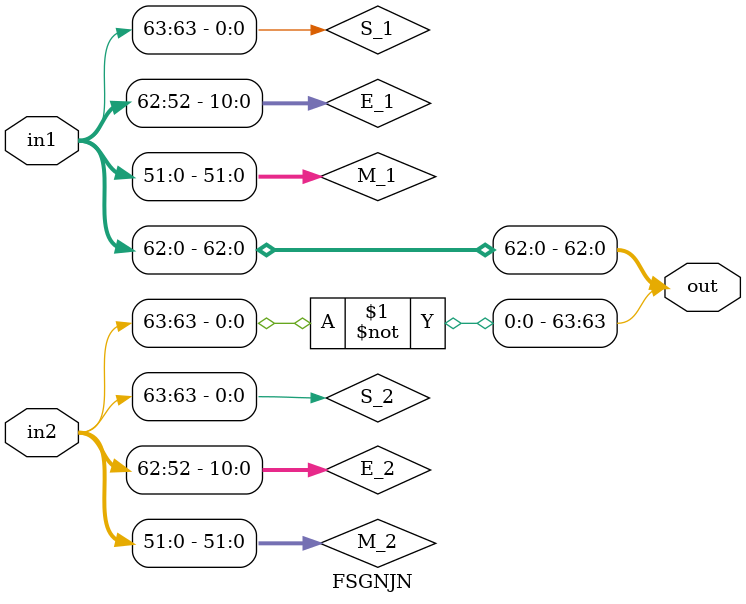
<source format=v>
module FSGNJN #(
    parameter BUS_WIDTH = 64
) (
    input  [BUS_WIDTH-1:0] in1,
    input  [BUS_WIDTH-1:0] in2,
    output [BUS_WIDTH-1:0] out
);

  // Main parameters
  localparam MANTISSA_SIZE = (BUS_WIDTH == 64) ? 52 : 23;
  localparam EXPONENT_SIZE = (BUS_WIDTH == 64) ? 11 : 8;
  localparam BIAS = (BUS_WIDTH == 64) ? 1023 : 127;

  localparam IS_NAN = (BUS_WIDTH == 64) ? 11'h7FF : 8'hFF;
  localparam NAN = (BUS_WIDTH == 64) ? 64'h7ff8000000000000 : 32'h7fc00000;


  // Extracting Sign, Exponent, Mantissa
  wire [MANTISSA_SIZE-1:0] M_1;
  wire [MANTISSA_SIZE-1:0] M_2;
  wire [EXPONENT_SIZE-1:0] E_1;
  wire [EXPONENT_SIZE-1:0] E_2;
  wire S_1;
  wire S_2;

  assign M_1 = in1[MANTISSA_SIZE-1:0];
  assign M_2 = in2[MANTISSA_SIZE-1:0];

  assign E_1 = in1[BUS_WIDTH-2:MANTISSA_SIZE];
  assign E_2 = in2[BUS_WIDTH-2:MANTISSA_SIZE];

  assign S_1 = in1[BUS_WIDTH-1];
  assign S_2 = in2[BUS_WIDTH-1];

  //wire is_nan_B = (E_2 == IS_NAN & |M_2);

  //assign out = (is_nan_B) ? (in1) : {~S_2, in1[BUS_WIDTH-2:0]};
  assign out = {~S_2, in1[BUS_WIDTH-2:0]};
endmodule

</source>
